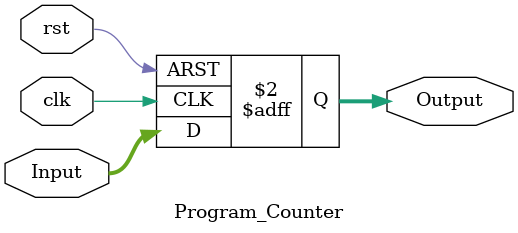
<source format=v>
`timescale 1ns / 1ps

module Program_Counter(Input, clk, rst, Output); 
    input [31:0] Input; 
    input clk; 
    input rst; 
    output reg [31:0] Output; 
	 
	always @(posedge clk or posedge rst) begin
	    if(rst)
		    Output <= -32'd4;
		else 
            Output <= Input;
	 end
endmodule
</source>
